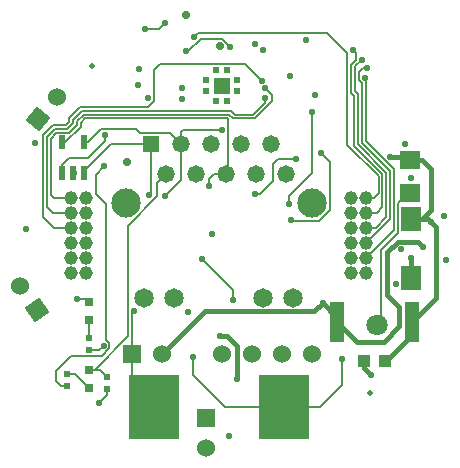
<source format=gbr>
G04 #@! TF.GenerationSoftware,KiCad,Pcbnew,7.0.7*
G04 #@! TF.CreationDate,2024-10-24T15:39:13-07:00*
G04 #@! TF.ProjectId,ESP_POE_1.4a,4553505f-504f-4455-9f31-2e34612e6b69,K*
G04 #@! TF.SameCoordinates,Original*
G04 #@! TF.FileFunction,Copper,L1,Top*
G04 #@! TF.FilePolarity,Positive*
%FSLAX46Y46*%
G04 Gerber Fmt 4.6, Leading zero omitted, Abs format (unit mm)*
G04 Created by KiCad (PCBNEW 7.0.7) date 2024-10-24 15:39:13*
%MOMM*%
%LPD*%
G01*
G04 APERTURE LIST*
G04 Aperture macros list*
%AMRotRect*
0 Rectangle, with rotation*
0 The origin of the aperture is its center*
0 $1 length*
0 $2 width*
0 $3 Rotation angle, in degrees counterclockwise*
0 Add horizontal line*
21,1,$1,$2,0,0,$3*%
G04 Aperture macros list end*
G04 #@! TA.AperFunction,SMDPad,CuDef*
%ADD10R,0.550000X0.500000*%
G04 #@! TD*
G04 #@! TA.AperFunction,SMDPad,CuDef*
%ADD11R,0.800000X0.800000*%
G04 #@! TD*
G04 #@! TA.AperFunction,ComponentPad*
%ADD12R,1.524000X1.524000*%
G04 #@! TD*
G04 #@! TA.AperFunction,ComponentPad*
%ADD13C,1.524000*%
G04 #@! TD*
G04 #@! TA.AperFunction,ComponentPad*
%ADD14RotRect,1.524000X1.524000X230.000000*%
G04 #@! TD*
G04 #@! TA.AperFunction,SMDPad,CuDef*
%ADD15R,0.550000X1.200000*%
G04 #@! TD*
G04 #@! TA.AperFunction,SMDPad,CuDef*
%ADD16R,1.778000X1.524000*%
G04 #@! TD*
G04 #@! TA.AperFunction,SMDPad,CuDef*
%ADD17R,4.216400X5.410200*%
G04 #@! TD*
G04 #@! TA.AperFunction,ComponentPad*
%ADD18RotRect,1.524000X1.524000X305.000000*%
G04 #@! TD*
G04 #@! TA.AperFunction,SMDPad,CuDef*
%ADD19R,1.016000X1.016000*%
G04 #@! TD*
G04 #@! TA.AperFunction,SMDPad,CuDef*
%ADD20R,1.700000X2.000000*%
G04 #@! TD*
G04 #@! TA.AperFunction,SMDPad,CuDef*
%ADD21R,1.200000X3.400001*%
G04 #@! TD*
G04 #@! TA.AperFunction,ComponentPad*
%ADD22R,1.478000X1.478000*%
G04 #@! TD*
G04 #@! TA.AperFunction,ComponentPad*
%ADD23C,1.478000*%
G04 #@! TD*
G04 #@! TA.AperFunction,ComponentPad*
%ADD24C,1.650000*%
G04 #@! TD*
G04 #@! TA.AperFunction,ComponentPad*
%ADD25C,2.475000*%
G04 #@! TD*
G04 #@! TA.AperFunction,ComponentPad*
%ADD26R,1.530000X1.530000*%
G04 #@! TD*
G04 #@! TA.AperFunction,ComponentPad*
%ADD27C,1.530000*%
G04 #@! TD*
G04 #@! TA.AperFunction,SMDPad,CuDef*
%ADD28C,0.500000*%
G04 #@! TD*
G04 #@! TA.AperFunction,ComponentPad*
%ADD29C,1.168400*%
G04 #@! TD*
G04 #@! TA.AperFunction,ComponentPad*
%ADD30R,0.600000X0.600000*%
G04 #@! TD*
G04 #@! TA.AperFunction,ComponentPad*
%ADD31R,1.422400X1.422400*%
G04 #@! TD*
G04 #@! TA.AperFunction,ComponentPad*
%ADD32C,1.800000*%
G04 #@! TD*
G04 #@! TA.AperFunction,ViaPad*
%ADD33C,0.550000*%
G04 #@! TD*
G04 #@! TA.AperFunction,ViaPad*
%ADD34C,0.700000*%
G04 #@! TD*
G04 #@! TA.AperFunction,Conductor*
%ADD35C,0.203200*%
G04 #@! TD*
G04 #@! TA.AperFunction,Conductor*
%ADD36C,0.406400*%
G04 #@! TD*
G04 #@! TA.AperFunction,Conductor*
%ADD37C,0.200000*%
G04 #@! TD*
G04 APERTURE END LIST*
D10*
X104698800Y-152806400D03*
X104698800Y-153822400D03*
X101295200Y-152552400D03*
X101295200Y-153568400D03*
D11*
X103124000Y-153695400D03*
X103124000Y-152171400D03*
D10*
X103124000Y-149504400D03*
X103124000Y-150520400D03*
D11*
X103124000Y-147980400D03*
X103124000Y-146456400D03*
D12*
X106832400Y-150876000D03*
D13*
X109372400Y-150876000D03*
X114452400Y-150876000D03*
X116992400Y-150876000D03*
X119532400Y-150876000D03*
X122072400Y-150876000D03*
X100431600Y-129082800D03*
D14*
X98824630Y-130997912D03*
D15*
X100868400Y-135543600D03*
X101818400Y-135543600D03*
X102768400Y-135543600D03*
X102768400Y-132943600D03*
X100868400Y-132943600D03*
D16*
X130352800Y-137210800D03*
X130352800Y-134416800D03*
D17*
X119694200Y-155346400D03*
X108670600Y-155346400D03*
D13*
X97321258Y-145119720D03*
D18*
X98755200Y-147167600D03*
D19*
X128219200Y-151485600D03*
X126441200Y-151485600D03*
D20*
X130403600Y-139446000D03*
X130403600Y-144446000D03*
D21*
X130505200Y-148183600D03*
X124205200Y-148183600D03*
D22*
X108432600Y-133096000D03*
D23*
X109702600Y-135636000D03*
X110972600Y-133096000D03*
X112242600Y-135636000D03*
X113512600Y-133096000D03*
X114782600Y-135636000D03*
X116052600Y-133096000D03*
X117322600Y-135636000D03*
X118592600Y-133096000D03*
X119862600Y-135636000D03*
D24*
X107822600Y-146094000D03*
X117932600Y-146094000D03*
X110362600Y-146094000D03*
X120472600Y-146094000D03*
D25*
X106273600Y-138100000D03*
X122021600Y-138100000D03*
D26*
X113030000Y-156260800D03*
D27*
X113030000Y-158800800D03*
D28*
X126949200Y-154127200D03*
D29*
X126644400Y-143967200D03*
X125374400Y-143967200D03*
X126644400Y-142697200D03*
X125374400Y-142697200D03*
X126644400Y-141427200D03*
X125374400Y-141427200D03*
X126644400Y-140157200D03*
X125374400Y-140157200D03*
X126644400Y-138887200D03*
X125374400Y-138887200D03*
X126644400Y-137617200D03*
X125374400Y-137617200D03*
D28*
X103378000Y-126441200D03*
D30*
X113891924Y-129427277D03*
X114891924Y-129427277D03*
X113091924Y-128627277D03*
X115691924Y-128627277D03*
D31*
X114391924Y-128127277D03*
D30*
X113091924Y-127627277D03*
X115691924Y-127627277D03*
X113891924Y-126827277D03*
X114891924Y-126827277D03*
D32*
X127508000Y-148386800D03*
D29*
X101650800Y-143967200D03*
X102920800Y-143967200D03*
X101650800Y-142697200D03*
X102920800Y-142697200D03*
X101650800Y-141427200D03*
X102920800Y-141427200D03*
X101650800Y-140157200D03*
X102920800Y-140157200D03*
X101650800Y-138887200D03*
X102920800Y-138887200D03*
X101650800Y-137617200D03*
X102920800Y-137617200D03*
D33*
X101854000Y-135534400D03*
X108141076Y-129223076D03*
X104394000Y-150164800D03*
X98552000Y-132994400D03*
X122326400Y-128930400D03*
X103987600Y-155041600D03*
X107391200Y-126695200D03*
X115011200Y-157784800D03*
X113588800Y-140716000D03*
X97790000Y-140309600D03*
X102158800Y-146202400D03*
X110998000Y-128372300D03*
X120294400Y-139547600D03*
X122834400Y-133858000D03*
X115366800Y-146304000D03*
X112725200Y-142798800D03*
X111963200Y-151130000D03*
X124612400Y-151282400D03*
X111506000Y-147269200D03*
X129138500Y-144932400D03*
X131451591Y-141822001D03*
X122936000Y-146558000D03*
X115722400Y-152958800D03*
X114249200Y-149352000D03*
X128676400Y-134213600D03*
X132130800Y-139700000D03*
X130403600Y-142697200D03*
X133197600Y-139141200D03*
X127050800Y-152650440D03*
D34*
X111404400Y-122180100D03*
D33*
X117246400Y-137312400D03*
D34*
X114219534Y-124774043D03*
D33*
X120650000Y-134315200D03*
X122072400Y-130403600D03*
X120091200Y-138176000D03*
X108204000Y-137363200D03*
X109626400Y-137464800D03*
X114401600Y-131927600D03*
X104495600Y-132334000D03*
X113284000Y-136652000D03*
X106979900Y-147218400D03*
X111048800Y-129286000D03*
X104444800Y-134975600D03*
X130403600Y-135972298D03*
X129895600Y-133068900D03*
X133400800Y-142900400D03*
X129540000Y-141986000D03*
X115138824Y-124875775D03*
X111404400Y-125218440D03*
X126542800Y-127457200D03*
X121564400Y-124311160D03*
X109626400Y-122834400D03*
X107899200Y-123342400D03*
X117246400Y-124612400D03*
X126288800Y-125933200D03*
X112064800Y-124002800D03*
X120192800Y-127355600D03*
X126695200Y-126644400D03*
X118059200Y-129184400D03*
X118059200Y-128357897D03*
X117802243Y-127732095D03*
X117856000Y-125120400D03*
X125526800Y-125120400D03*
D34*
X106375200Y-134569200D03*
D33*
X107289600Y-128118100D03*
D35*
X104038400Y-150520400D02*
X104394000Y-150164800D01*
X104698800Y-154330400D02*
X103987600Y-155041600D01*
X101844800Y-135543600D02*
X101854000Y-135534400D01*
X104698800Y-153822400D02*
X104698800Y-154330400D01*
X101818400Y-135543600D02*
X101844800Y-135543600D01*
X103124000Y-150520400D02*
X104038400Y-150520400D01*
X103124000Y-149504400D02*
X103124000Y-147980400D01*
X102870000Y-146202400D02*
X103124000Y-146456400D01*
X102158800Y-146202400D02*
X102870000Y-146202400D01*
X123545600Y-134569200D02*
X122834400Y-133858000D01*
X120294400Y-139547600D02*
X120312900Y-139566100D01*
X122663500Y-139566100D02*
X123545600Y-138684000D01*
X123545600Y-138684000D02*
X123545600Y-134569200D01*
X120312900Y-139566100D02*
X122663500Y-139566100D01*
X111963200Y-151130000D02*
X111963200Y-152654000D01*
X115366800Y-145440400D02*
X115366800Y-146304000D01*
X122732800Y-155346400D02*
X124612400Y-153466800D01*
X112725200Y-142798800D02*
X115366800Y-145440400D01*
X111963200Y-152654000D02*
X114655600Y-155346400D01*
X114655600Y-155346400D02*
X119694200Y-155346400D01*
X119694200Y-155346400D02*
X122732800Y-155346400D01*
X124612400Y-153466800D02*
X124612400Y-151282400D01*
D36*
X129289317Y-141380800D02*
X128426800Y-142243317D01*
X128426800Y-142243317D02*
X128426800Y-145843483D01*
X124205200Y-148183600D02*
X124205200Y-147827200D01*
X125830800Y-149809200D02*
X124205200Y-148183600D01*
X109372400Y-150876000D02*
X112999200Y-147249200D01*
X129438400Y-146855083D02*
X129438400Y-148488400D01*
X129438400Y-148488400D02*
X128117600Y-149809200D01*
X112999200Y-147249200D02*
X122244800Y-147249200D01*
X124205200Y-147827200D02*
X122936000Y-146558000D01*
X122244800Y-147249200D02*
X122936000Y-146558000D01*
X128426800Y-145843483D02*
X129438400Y-146855083D01*
X131451591Y-141822001D02*
X131010390Y-141380800D01*
X131010390Y-141380800D02*
X129289317Y-141380800D01*
X128117600Y-149809200D02*
X125830800Y-149809200D01*
X114858800Y-149352000D02*
X114249200Y-149352000D01*
X115722400Y-152958800D02*
X115722400Y-150215600D01*
X115722400Y-150215600D02*
X114858800Y-149352000D01*
X128676400Y-134213600D02*
X130149600Y-134213600D01*
X132130800Y-135229600D02*
X131318000Y-134416800D01*
X132537200Y-140106400D02*
X132130800Y-139700000D01*
X128270000Y-151485600D02*
X128219200Y-151485600D01*
X131318000Y-134416800D02*
X130352800Y-134416800D01*
X130403600Y-139446000D02*
X131876800Y-139446000D01*
X130505200Y-148183600D02*
X130505200Y-149250400D01*
X131876800Y-139446000D02*
X132130800Y-139700000D01*
X132130800Y-138684000D02*
X132130800Y-135229600D01*
X130505200Y-148183600D02*
X132537200Y-146151600D01*
X131368800Y-139446000D02*
X132130800Y-138684000D01*
X130505200Y-149250400D02*
X128270000Y-151485600D01*
X132537200Y-146151600D02*
X132537200Y-140106400D01*
X130403600Y-139446000D02*
X131368800Y-139446000D01*
X130149600Y-134213600D02*
X130352800Y-134416800D01*
X126441200Y-152040840D02*
X127050800Y-152650440D01*
X130403600Y-142697200D02*
X130403600Y-144446000D01*
X126441200Y-151485600D02*
X126441200Y-152040840D01*
D35*
X118719600Y-136194800D02*
X117602000Y-137312400D01*
X117602000Y-137312400D02*
X117246400Y-137312400D01*
X118719600Y-134805806D02*
X118719600Y-136194800D01*
X120650000Y-134315200D02*
X119210206Y-134315200D01*
X119210206Y-134315200D02*
X118719600Y-134805806D01*
X120091200Y-138176000D02*
X120091200Y-137515600D01*
X120091200Y-137515600D02*
X122072400Y-135534400D01*
X122072400Y-135534400D02*
X122072400Y-130403600D01*
X108432600Y-137134600D02*
X108432600Y-133096000D01*
X102768400Y-135543600D02*
X102768400Y-135382000D01*
X102768400Y-135382000D02*
X105054400Y-133096000D01*
X105054400Y-133096000D02*
X108432600Y-133096000D01*
X108204000Y-137363200D02*
X108432600Y-137134600D01*
X110972600Y-136118600D02*
X109626400Y-137464800D01*
X104186400Y-131830400D02*
X107167000Y-131830400D01*
X107465000Y-132128400D02*
X110005000Y-132128400D01*
X110005000Y-132128400D02*
X110972600Y-133096000D01*
X114401600Y-131927600D02*
X111125000Y-131927600D01*
X107167000Y-131830400D02*
X107465000Y-132128400D01*
X110972600Y-132080000D02*
X110972600Y-133096000D01*
X103073200Y-132943600D02*
X104186400Y-131830400D01*
X111125000Y-131927600D02*
X110972600Y-132080000D01*
X110972600Y-133096000D02*
X110972600Y-136118600D01*
X102768400Y-132943600D02*
X103073200Y-132943600D01*
X104495600Y-132842000D02*
X104495600Y-132334000D01*
X103073200Y-134264400D02*
X104495600Y-132842000D01*
X101498400Y-134264400D02*
X103073200Y-134264400D01*
X100868400Y-134894400D02*
X101498400Y-134264400D01*
X100868400Y-135543600D02*
X100868400Y-134894400D01*
X114909600Y-130911600D02*
X114960400Y-130962400D01*
X113284000Y-136652000D02*
X113284000Y-136067800D01*
X102483920Y-131283984D02*
X102856304Y-130911600D01*
X114960400Y-135458200D02*
X114782600Y-135636000D01*
X114960400Y-130962400D02*
X114960400Y-135458200D01*
X113715800Y-135636000D02*
X114782600Y-135636000D01*
X102483920Y-131602480D02*
X102483920Y-131283984D01*
X100868400Y-132943600D02*
X101142800Y-132943600D01*
X113284000Y-136067800D02*
X113715800Y-135636000D01*
X101142800Y-132943600D02*
X102483920Y-131602480D01*
X102856304Y-130911600D02*
X114909600Y-130911600D01*
X106832400Y-147365900D02*
X106832400Y-150876000D01*
X106979900Y-147218400D02*
X106832400Y-147365900D01*
X106832400Y-153508200D02*
X106832400Y-150876000D01*
X108670600Y-155346400D02*
X106832400Y-153508200D01*
X129325000Y-140594928D02*
X127863600Y-142056328D01*
X130225800Y-137210800D02*
X129325000Y-138111600D01*
X129325000Y-138111600D02*
X129325000Y-140594928D01*
X130352800Y-137210800D02*
X130225800Y-137210800D01*
X127863600Y-142056328D02*
X127863600Y-148031200D01*
X127863600Y-148031200D02*
X127508000Y-148386800D01*
X101295200Y-152552400D02*
X101981000Y-152552400D01*
X101981000Y-152552400D02*
X103124000Y-153695400D01*
X103729740Y-137276667D02*
X104602598Y-138149525D01*
X100787200Y-153568400D02*
X101295200Y-153568400D01*
X104271998Y-150999000D02*
X101680200Y-150999000D01*
X104602598Y-149661200D02*
X104897600Y-149956202D01*
X100380800Y-152298400D02*
X100380800Y-153162000D01*
X104444800Y-134975600D02*
X103729740Y-135690660D01*
X104602598Y-138149525D02*
X104602598Y-149661200D01*
X104897600Y-150373398D02*
X104271998Y-150999000D01*
X104897600Y-149956202D02*
X104897600Y-150373398D01*
X100380800Y-153162000D02*
X100787200Y-153568400D01*
X101680200Y-150999000D02*
X100380800Y-152298400D01*
X103729740Y-135690660D02*
X103729740Y-137276667D01*
X115138824Y-124875775D02*
X114418249Y-124155200D01*
X111561358Y-125218440D02*
X111404400Y-125218440D01*
X112624598Y-124155200D02*
X111561358Y-125218440D01*
X114418249Y-124155200D02*
X112624598Y-124155200D01*
X128994800Y-135235690D02*
X128994800Y-140346800D01*
X126593600Y-132842998D02*
X128467802Y-134717200D01*
X128994800Y-140346800D02*
X126644400Y-142697200D01*
X128467802Y-134717200D02*
X128476310Y-134717200D01*
X126593600Y-127508000D02*
X126593600Y-132842998D01*
X126542800Y-127457200D02*
X126593600Y-127508000D01*
X128476310Y-134717200D02*
X128994800Y-135235690D01*
X109118400Y-123342400D02*
X107899200Y-123342400D01*
X109626400Y-122834400D02*
X109118400Y-123342400D01*
X128337600Y-135516418D02*
X128337600Y-139269290D01*
X127449690Y-140157200D02*
X126644400Y-140157200D01*
X125934800Y-128841171D02*
X125934800Y-133113619D01*
X125709000Y-128615371D02*
X125934800Y-128841171D01*
X125709000Y-126513000D02*
X125709000Y-128615371D01*
X125934800Y-133113619D02*
X128337600Y-135516418D01*
X128337600Y-139269290D02*
X127449690Y-140157200D01*
X126288800Y-125933200D02*
X125709000Y-126513000D01*
X127677200Y-137194000D02*
X127254000Y-137617200D01*
X112369600Y-123698000D02*
X123342400Y-123698000D01*
X125023200Y-133135966D02*
X127677200Y-135789966D01*
X125023200Y-125374400D02*
X125023200Y-133135966D01*
X127254000Y-137617200D02*
X126644400Y-137617200D01*
X112064800Y-124002800D02*
X112369600Y-123698000D01*
X125018800Y-125374400D02*
X125023200Y-125374400D01*
X123342400Y-123698000D02*
X125018800Y-125374400D01*
X127677200Y-135789966D02*
X127677200Y-137194000D01*
D37*
X128666200Y-139405400D02*
X128666200Y-135371800D01*
D35*
X126695200Y-126644400D02*
X126390400Y-126644400D01*
X126039200Y-126995600D02*
X126039200Y-127665798D01*
D37*
X128666200Y-135371800D02*
X128340200Y-135045800D01*
X126644400Y-141427200D02*
X128666200Y-139405400D01*
D35*
X126390400Y-126644400D02*
X126039200Y-126995600D01*
X126039200Y-127665798D02*
X126263400Y-127889998D01*
D37*
X126263400Y-132977508D02*
X126263400Y-128702798D01*
X128331692Y-135045800D02*
X126263400Y-132977508D01*
D35*
X126263400Y-127889998D02*
X126263400Y-128702798D01*
D37*
X128340200Y-135045800D02*
X128331692Y-135045800D01*
D35*
X115513348Y-130581400D02*
X117058826Y-130581400D01*
X99593400Y-138404600D02*
X99593400Y-132493426D01*
X115183148Y-130251200D02*
X115513348Y-130581400D01*
X118059200Y-129581026D02*
X118059200Y-129184400D01*
X102582758Y-130251200D02*
X115183148Y-130251200D01*
X100265027Y-131821800D02*
X101330652Y-131821800D01*
X101823520Y-131328932D02*
X101823521Y-131010436D01*
X100076000Y-138887200D02*
X99593400Y-138404600D01*
X101330652Y-131821800D02*
X101823520Y-131328932D01*
X101823521Y-131010436D02*
X102582758Y-130251200D01*
X101650800Y-138887200D02*
X100076000Y-138887200D01*
X117058826Y-130581400D02*
X118059200Y-129581026D01*
X99593400Y-132493426D02*
X100265027Y-131821800D01*
X99923600Y-137363200D02*
X99923600Y-132630200D01*
X102153720Y-131147210D02*
X102719531Y-130581400D01*
X101467426Y-132152000D02*
X102153720Y-131465706D01*
X99923600Y-132630200D02*
X100401800Y-132152000D01*
X100177600Y-137617200D02*
X99923600Y-137363200D01*
X118637800Y-128936497D02*
X118059200Y-128357897D01*
X118637800Y-129469400D02*
X118637800Y-128936497D01*
X115376574Y-130911600D02*
X117195600Y-130911600D01*
X102153720Y-131465706D02*
X102153720Y-131147210D01*
X102719531Y-130581400D02*
X115046374Y-130581400D01*
X115046374Y-130581400D02*
X115376574Y-130911600D01*
X100401800Y-132152000D02*
X101467426Y-132152000D01*
X101650800Y-137617200D02*
X100177600Y-137617200D01*
X117195600Y-130911600D02*
X118637800Y-129469400D01*
X116368825Y-126298677D02*
X109159323Y-126298677D01*
X108644676Y-129431674D02*
X108155350Y-129921000D01*
X101493321Y-130873662D02*
X101493320Y-131192158D01*
X109159323Y-126298677D02*
X108644676Y-126813324D01*
X100177600Y-140157200D02*
X101650800Y-140157200D01*
X101493320Y-131192158D02*
X101193878Y-131491600D01*
X108155350Y-129921000D02*
X102445985Y-129921000D01*
X117802243Y-127732095D02*
X116368825Y-126298677D01*
X108644676Y-126813324D02*
X108644676Y-129431674D01*
X102445985Y-129921000D02*
X101493321Y-130873662D01*
X100128254Y-131491600D02*
X99263201Y-132356652D01*
X101193878Y-131491600D02*
X100128254Y-131491600D01*
X99263200Y-139242800D02*
X100177600Y-140157200D01*
X99263201Y-132356652D02*
X99263200Y-139242800D01*
X125604600Y-133250393D02*
X128007400Y-135653192D01*
X125604600Y-128977945D02*
X125604600Y-133250393D01*
X125785200Y-125378800D02*
X125785200Y-125969826D01*
X128007400Y-135653192D02*
X128007400Y-138387800D01*
X127508000Y-138887200D02*
X126644400Y-138887200D01*
X128007400Y-138387800D02*
X127508000Y-138887200D01*
X125378800Y-128752145D02*
X125604600Y-128977945D01*
X125526800Y-125120400D02*
X125785200Y-125378800D01*
X125378800Y-126376227D02*
X125378800Y-128752145D01*
X125785200Y-125969826D02*
X125378800Y-126376227D01*
X106476800Y-149376080D02*
X106476800Y-140007860D01*
X106476800Y-140007860D02*
X108963601Y-137521059D01*
X104698800Y-152806400D02*
X104063800Y-152171400D01*
X103124000Y-152171400D02*
X103681480Y-152171400D01*
X108963601Y-137521059D02*
X108963601Y-136374999D01*
X108963601Y-136374999D02*
X109702600Y-135636000D01*
X103681480Y-152171400D02*
X106476800Y-149376080D01*
X104063800Y-152171400D02*
X103681480Y-152171400D01*
M02*

</source>
